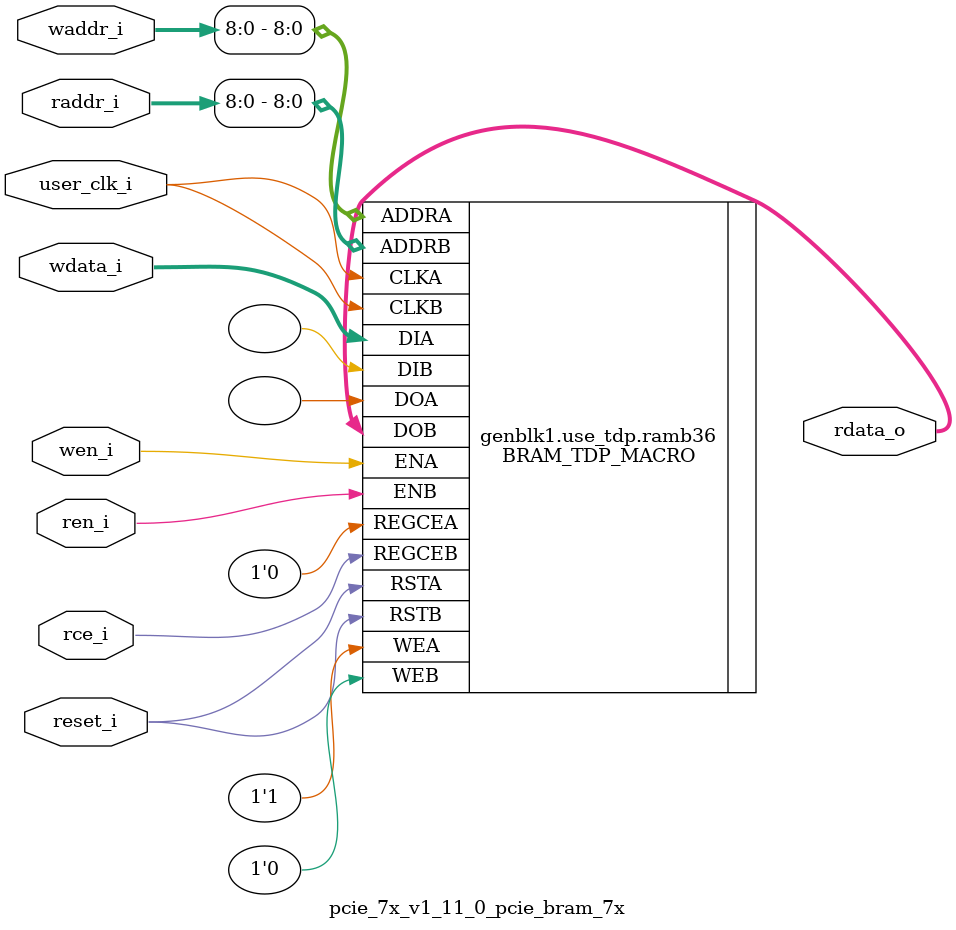
<source format=v>

`timescale 1ps/1ps

module pcie_7x_v1_11_0_pcie_bram_7x
  #(
    parameter [3:0]  LINK_CAP_MAX_LINK_SPEED = 4'h1,        // PCIe Link Speed : 1 - 2.5 GT/s; 2 - 5.0 GT/s
    parameter [5:0]  LINK_CAP_MAX_LINK_WIDTH = 6'h08,       // PCIe Link Width : 1 / 2 / 4 / 8
    parameter IMPL_TARGET = "HARD",                         // the implementation target : HARD, SOFT
    parameter DOB_REG = 0,                                  // 1 - use the output register;
                                                            // 0 - don't use the output register
    parameter WIDTH = 0                                     // supported WIDTH's : 4, 9, 18, 36 - uses RAMB36
                                                            //                     72 - uses RAMB36SDP
    )
    (
     input               user_clk_i,// user clock
     input               reset_i,   // bram reset

     input               wen_i,     // write enable
     input [12:0]        waddr_i,   // write address
     input [WIDTH - 1:0] wdata_i,   // write data

     input               ren_i,     // read enable
     input               rce_i,     // output register clock enable
     input [12:0]        raddr_i,   // read address

     output [WIDTH - 1:0] rdata_o   // read data
     );

   // map the address bits
   localparam ADDR_MSB = ((WIDTH == 4)  ? 12 :
                          (WIDTH == 9)  ? 11 :
                          (WIDTH == 18) ? 10 :
                          (WIDTH == 36) ?  9 :
                                           8
                          );

   // set the width of the tied off low address bits
   localparam ADDR_LO_BITS = ((WIDTH == 4)  ? 2 :
                              (WIDTH == 9)  ? 3 :
                              (WIDTH == 18) ? 4 :
                              (WIDTH == 36) ? 5 :
                                              0 // for WIDTH 72 use RAMB36SDP
                              );

   // map the data bits
   localparam D_MSB =  ((WIDTH == 4)  ?  3 :
                        (WIDTH == 9)  ?  7 :
                        (WIDTH == 18) ? 15 :
                        (WIDTH == 36) ? 31 :
                                        63
                        );

   // map the data parity bits
   localparam DP_LSB =  D_MSB + 1;

   localparam DP_MSB =  ((WIDTH == 4)  ? 4 :
                         (WIDTH == 9)  ? 8 :
                         (WIDTH == 18) ? 17 :
                         (WIDTH == 36) ? 35 :
                                         71
                        );

   localparam DPW = DP_MSB - DP_LSB + 1;
   localparam WRITE_MODE = ((WIDTH == 72) && (!((LINK_CAP_MAX_LINK_SPEED == 4'h2) && (LINK_CAP_MAX_LINK_WIDTH == 6'h08)))) ? "WRITE_FIRST" :
                           ((LINK_CAP_MAX_LINK_SPEED == 4'h2) && (LINK_CAP_MAX_LINK_WIDTH == 6'h08)) ? "WRITE_FIRST" : "NO_CHANGE";


   localparam DEVICE = (IMPL_TARGET == "HARD") ? "7SERIES" : "VIRTEX6";
   localparam BRAM_SIZE = "36Kb";

   localparam WE_WIDTH =(DEVICE == "VIRTEX5" || DEVICE == "VIRTEX6" || DEVICE == "7SERIES") ?
                            ((WIDTH <= 9) ? 1 :
                             (WIDTH > 9 && WIDTH <= 18) ? 2 :
                             (WIDTH > 18 && WIDTH <= 36) ? 4 :
                             (WIDTH > 36 && WIDTH <= 72) ? 8 :
                             (BRAM_SIZE == "18Kb") ? 4 : 8 ) : 8;

   //synthesis translate_off
   initial begin
      //$display("[%t] %m DOB_REG %0d WIDTH %0d ADDR_MSB %0d ADDR_LO_BITS %0d DP_MSB %0d DP_LSB %0d D_MSB %0d",
      //          $time, DOB_REG,   WIDTH,    ADDR_MSB,    ADDR_LO_BITS,    DP_MSB,    DP_LSB,    D_MSB);

      case (WIDTH)
        4,9,18,36,72:;
        default:
          begin
             $display("[%t] %m Error WIDTH %0d not supported", $time, WIDTH);
             $finish;
          end
      endcase // case (WIDTH)
   end
   //synthesis translate_on

   generate
   if ((LINK_CAP_MAX_LINK_WIDTH == 6'h08 && LINK_CAP_MAX_LINK_SPEED == 4'h2) || (WIDTH == 72)) begin : use_sdp
        BRAM_SDP_MACRO #(
               .DEVICE        (DEVICE),
               .BRAM_SIZE     (BRAM_SIZE),
               .DO_REG        (DOB_REG),
               .READ_WIDTH    (WIDTH),
               .WRITE_WIDTH   (WIDTH),
               .WRITE_MODE    (WRITE_MODE)
               )
        ramb36sdp(
               .DO             (rdata_o[WIDTH-1:0]),
               .DI             (wdata_i[WIDTH-1:0]),
               .RDADDR         (raddr_i[ADDR_MSB:0]),
               .RDCLK          (user_clk_i),
               .RDEN           (ren_i),
               .REGCE          (rce_i),
               .RST            (reset_i),
               .WE             ({WE_WIDTH{1'b1}}),
               .WRADDR         (waddr_i[ADDR_MSB:0]),
               .WRCLK          (user_clk_i),
               .WREN           (wen_i)
               );

    end  // block: use_sdp
    else if (WIDTH <= 36) begin : use_tdp
    // use RAMB36's if the width is 4, 9, 18, or 36
        BRAM_TDP_MACRO #(
               .DEVICE        (DEVICE),
               .BRAM_SIZE     (BRAM_SIZE),
               .DOA_REG       (0),
               .DOB_REG       (DOB_REG),
               .READ_WIDTH_A  (WIDTH),
               .READ_WIDTH_B  (WIDTH),
               .WRITE_WIDTH_A (WIDTH),
               .WRITE_WIDTH_B (WIDTH),
               .WRITE_MODE_A  (WRITE_MODE)
               )
        ramb36(
               .DOA            (),
               .DOB            (rdata_o[WIDTH-1:0]),
               .ADDRA          (waddr_i[ADDR_MSB:0]),
               .ADDRB          (raddr_i[ADDR_MSB:0]),
               .CLKA           (user_clk_i),
               .CLKB           (user_clk_i),
               .DIA            (wdata_i[WIDTH-1:0]),
               .DIB            ({WIDTH{1'b0}}),
               .ENA            (wen_i),
               .ENB            (ren_i),
               .REGCEA         (1'b0),
               .REGCEB         (rce_i),
               .RSTA           (reset_i),
               .RSTB           (reset_i),
               .WEA            ({WE_WIDTH{1'b1}}),
               .WEB            ({WE_WIDTH{1'b0}})
               );
   end // block: use_tdp
   endgenerate

endmodule // pcie_bram_7x


</source>
